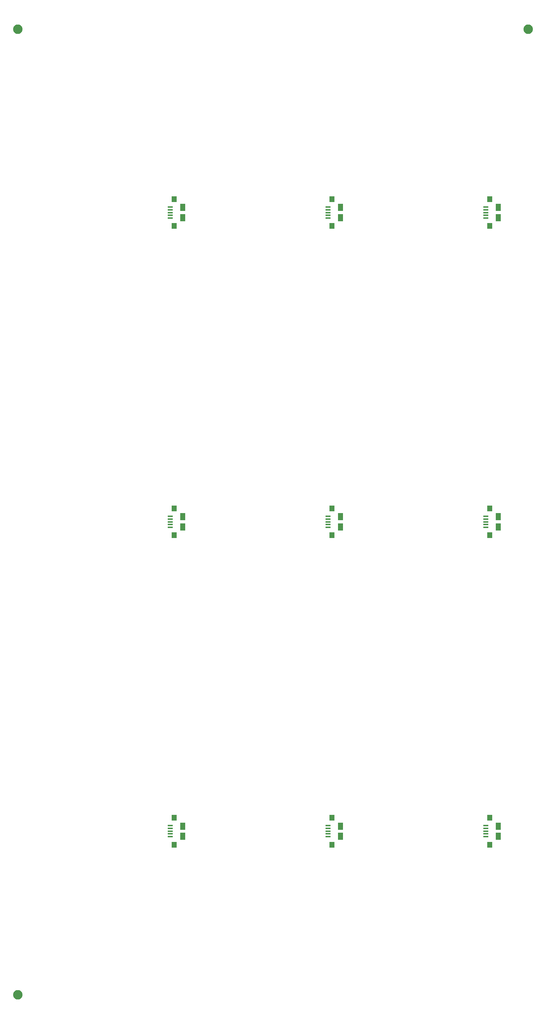
<source format=gbr>
G04 #@! TF.GenerationSoftware,KiCad,Pcbnew,(5.0.0)*
G04 #@! TF.CreationDate,2019-01-02T15:44:26-06:00*
G04 #@! TF.ProjectId,fk-sonar-v0.07-03x03,666B2D736F6E61722D76302E30372D30,0.1*
G04 #@! TF.SameCoordinates,Original*
G04 #@! TF.FileFunction,Paste,Bot*
G04 #@! TF.FilePolarity,Positive*
%FSLAX46Y46*%
G04 Gerber Fmt 4.6, Leading zero omitted, Abs format (unit mm)*
G04 Created by KiCad (PCBNEW (5.0.0)) date 01/02/19 15:44:26*
%MOMM*%
%LPD*%
G01*
G04 APERTURE LIST*
%ADD10C,2.250000*%
%ADD11R,1.260000X1.440000*%
%ADD12R,1.215000X0.360000*%
%ADD13R,1.260000X1.710000*%
G04 APERTURE END LIST*
D10*
G04 #@! TO.C,REF\002A\002A*
X67100000Y-240520000D03*
G04 #@! TD*
G04 #@! TO.C,REF\002A\002A*
X188451400Y-11020000D03*
G04 #@! TD*
G04 #@! TO.C,REF\002A\002A*
X67100000Y-11020000D03*
G04 #@! TD*
D11*
G04 #@! TO.C,J3*
X179314500Y-204812000D03*
D12*
X178394500Y-201612000D03*
D13*
X181314500Y-202812000D03*
X181314500Y-200412000D03*
D12*
X178394500Y-200962000D03*
X178394500Y-200312000D03*
X178394500Y-202262000D03*
X178394500Y-202912000D03*
D11*
X179314500Y-198412000D03*
G04 #@! TD*
G04 #@! TO.C,J3*
X141814500Y-204812000D03*
D12*
X140894500Y-201612000D03*
D13*
X143814500Y-202812000D03*
X143814500Y-200412000D03*
D12*
X140894500Y-200962000D03*
X140894500Y-200312000D03*
X140894500Y-202262000D03*
X140894500Y-202912000D03*
D11*
X141814500Y-198412000D03*
G04 #@! TD*
G04 #@! TO.C,J3*
X104314500Y-204812000D03*
D12*
X103394500Y-201612000D03*
D13*
X106314500Y-202812000D03*
X106314500Y-200412000D03*
D12*
X103394500Y-200962000D03*
X103394500Y-200312000D03*
X103394500Y-202262000D03*
X103394500Y-202912000D03*
D11*
X104314500Y-198412000D03*
G04 #@! TD*
G04 #@! TO.C,J3*
X179314500Y-131312000D03*
D12*
X178394500Y-128112000D03*
D13*
X181314500Y-129312000D03*
X181314500Y-126912000D03*
D12*
X178394500Y-127462000D03*
X178394500Y-126812000D03*
X178394500Y-128762000D03*
X178394500Y-129412000D03*
D11*
X179314500Y-124912000D03*
G04 #@! TD*
G04 #@! TO.C,J3*
X141814500Y-131312000D03*
D12*
X140894500Y-128112000D03*
D13*
X143814500Y-129312000D03*
X143814500Y-126912000D03*
D12*
X140894500Y-127462000D03*
X140894500Y-126812000D03*
X140894500Y-128762000D03*
X140894500Y-129412000D03*
D11*
X141814500Y-124912000D03*
G04 #@! TD*
G04 #@! TO.C,J3*
X104314500Y-131312000D03*
D12*
X103394500Y-128112000D03*
D13*
X106314500Y-129312000D03*
X106314500Y-126912000D03*
D12*
X103394500Y-127462000D03*
X103394500Y-126812000D03*
X103394500Y-128762000D03*
X103394500Y-129412000D03*
D11*
X104314500Y-124912000D03*
G04 #@! TD*
G04 #@! TO.C,J3*
X179314500Y-57812000D03*
D12*
X178394500Y-54612000D03*
D13*
X181314500Y-55812000D03*
X181314500Y-53412000D03*
D12*
X178394500Y-53962000D03*
X178394500Y-53312000D03*
X178394500Y-55262000D03*
X178394500Y-55912000D03*
D11*
X179314500Y-51412000D03*
G04 #@! TD*
G04 #@! TO.C,J3*
X141814500Y-57812000D03*
D12*
X140894500Y-54612000D03*
D13*
X143814500Y-55812000D03*
X143814500Y-53412000D03*
D12*
X140894500Y-53962000D03*
X140894500Y-53312000D03*
X140894500Y-55262000D03*
X140894500Y-55912000D03*
D11*
X141814500Y-51412000D03*
G04 #@! TD*
G04 #@! TO.C,J3*
X104314500Y-51412000D03*
D12*
X103394500Y-55912000D03*
X103394500Y-55262000D03*
X103394500Y-53312000D03*
X103394500Y-53962000D03*
D13*
X106314500Y-53412000D03*
X106314500Y-55812000D03*
D12*
X103394500Y-54612000D03*
D11*
X104314500Y-57812000D03*
G04 #@! TD*
M02*

</source>
